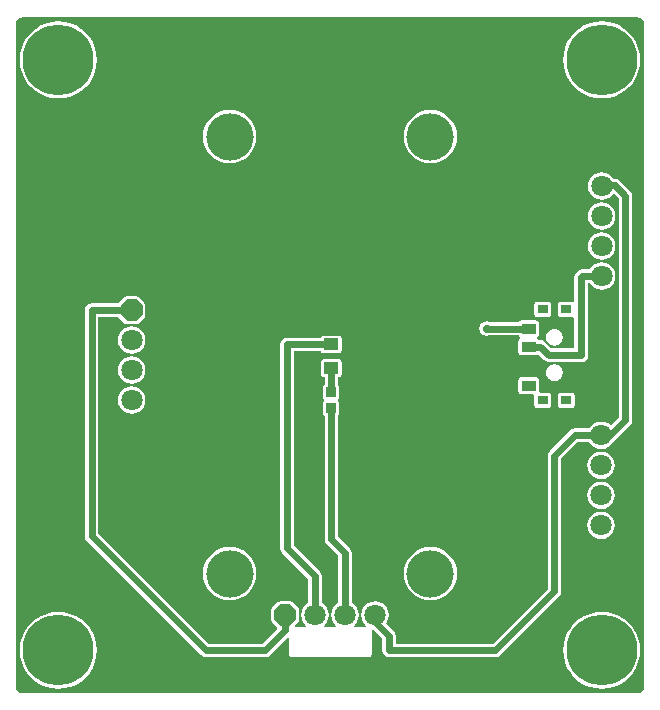
<source format=gtl>
G04 Layer_Physical_Order=1*
G04 Layer_Color=255*
%FSLAX44Y44*%
%MOMM*%
G71*
G01*
G75*
%ADD10R,1.2500X1.0000*%
%ADD11R,0.8500X0.8500*%
%ADD12R,0.9000X0.8000*%
%ADD13R,1.2500X0.9000*%
%ADD14C,0.6000*%
%ADD15P,1.9483X8X22.5*%
%ADD16C,1.8000*%
%ADD17P,1.9483X8X292.5*%
%ADD18C,6.0000*%
%ADD19C,4.0000*%
%ADD20C,0.7000*%
G36*
X537366Y585711D02*
X539371Y584371D01*
X540711Y582366D01*
X541149Y580167D01*
X541115Y580000D01*
Y20000D01*
X541149Y19833D01*
X540711Y17634D01*
X539371Y15629D01*
X537366Y14289D01*
X536199Y14057D01*
X535000Y13885D01*
Y13885D01*
X15000D01*
X14833Y13851D01*
X12634Y14289D01*
X10629Y15629D01*
X9289Y17634D01*
X9057Y18801D01*
X8885Y20000D01*
X8885D01*
Y580000D01*
X8851Y580167D01*
X9289Y582366D01*
X10629Y584371D01*
X12634Y585711D01*
X14833Y586149D01*
X15000Y586115D01*
X535000D01*
X535167Y586149D01*
X537366Y585711D01*
D02*
G37*
%LPC*%
G36*
X107000Y273540D02*
X103988Y273143D01*
X101180Y271980D01*
X98770Y270130D01*
X96920Y267720D01*
X95757Y264913D01*
X95360Y261900D01*
X95757Y258888D01*
X96920Y256080D01*
X98770Y253670D01*
X101180Y251820D01*
X103988Y250657D01*
X107000Y250261D01*
X110013Y250657D01*
X112820Y251820D01*
X115230Y253670D01*
X117080Y256080D01*
X118243Y258888D01*
X118640Y261900D01*
X118243Y264913D01*
X117080Y267720D01*
X115230Y270130D01*
X112820Y271980D01*
X110013Y273143D01*
X107000Y273540D01*
D02*
G37*
G36*
X504500Y218390D02*
X501488Y217993D01*
X498680Y216830D01*
X496270Y214980D01*
X494420Y212570D01*
X493257Y209762D01*
X492860Y206750D01*
X493257Y203738D01*
X494420Y200930D01*
X496270Y198520D01*
X498680Y196670D01*
X501488Y195507D01*
X504500Y195110D01*
X507513Y195507D01*
X510320Y196670D01*
X512730Y198520D01*
X514580Y200930D01*
X515743Y203738D01*
X516140Y206750D01*
X515743Y209762D01*
X514580Y212570D01*
X512730Y214980D01*
X510320Y216830D01*
X507513Y217993D01*
X504500Y218390D01*
D02*
G37*
G36*
X449500Y281330D02*
X437000D01*
X436009Y281133D01*
X435169Y280571D01*
X434607Y279731D01*
X434410Y278740D01*
Y269740D01*
X434607Y268749D01*
X435169Y267909D01*
X436009Y267347D01*
X437000Y267150D01*
X446976D01*
X447938Y265880D01*
X447910Y265740D01*
Y257740D01*
X448107Y256749D01*
X448669Y255909D01*
X449509Y255347D01*
X450500Y255150D01*
X459500D01*
X460491Y255347D01*
X461331Y255909D01*
X461893Y256749D01*
X462090Y257740D01*
Y265740D01*
X461893Y266731D01*
X461331Y267571D01*
X460491Y268133D01*
X459500Y268330D01*
X453024D01*
X452062Y269600D01*
X452090Y269740D01*
Y278740D01*
X451893Y279731D01*
X451331Y280571D01*
X450491Y281133D01*
X449500Y281330D01*
D02*
G37*
G36*
X107000Y298940D02*
X103988Y298543D01*
X101180Y297380D01*
X98770Y295530D01*
X96920Y293120D01*
X95757Y290313D01*
X95360Y287300D01*
X95757Y284287D01*
X96920Y281480D01*
X98770Y279070D01*
X101180Y277220D01*
X103988Y276057D01*
X107000Y275660D01*
X110013Y276057D01*
X112820Y277220D01*
X115230Y279070D01*
X117080Y281480D01*
X118243Y284287D01*
X118640Y287300D01*
X118243Y290313D01*
X117080Y293120D01*
X115230Y295530D01*
X112820Y297380D01*
X110013Y298543D01*
X107000Y298940D01*
D02*
G37*
G36*
X479500Y268330D02*
X470500D01*
X469509Y268133D01*
X468669Y267571D01*
X468107Y266731D01*
X467910Y265740D01*
Y257740D01*
X468107Y256749D01*
X468669Y255909D01*
X469509Y255347D01*
X470500Y255150D01*
X479500D01*
X480491Y255347D01*
X481331Y255909D01*
X481893Y256749D01*
X482090Y257740D01*
Y265740D01*
X481893Y266731D01*
X481331Y267571D01*
X480491Y268133D01*
X479500Y268330D01*
D02*
G37*
G36*
X504500Y192990D02*
X501488Y192593D01*
X498680Y191430D01*
X496270Y189580D01*
X494420Y187170D01*
X493257Y184363D01*
X492860Y181350D01*
X493257Y178337D01*
X494420Y175530D01*
X496270Y173120D01*
X498680Y171270D01*
X501488Y170107D01*
X504500Y169711D01*
X507513Y170107D01*
X510320Y171270D01*
X512730Y173120D01*
X514580Y175530D01*
X515743Y178337D01*
X516140Y181350D01*
X515743Y184363D01*
X514580Y187170D01*
X512730Y189580D01*
X510320Y191430D01*
X507513Y192593D01*
X504500Y192990D01*
D02*
G37*
G36*
X505000Y82641D02*
X499894Y82239D01*
X494913Y81043D01*
X490182Y79083D01*
X485814Y76407D01*
X481920Y73080D01*
X478593Y69186D01*
X475917Y64819D01*
X473957Y60086D01*
X472761Y55106D01*
X472359Y50000D01*
X472761Y44894D01*
X473957Y39913D01*
X475917Y35182D01*
X478593Y30814D01*
X481920Y26920D01*
X485814Y23593D01*
X490182Y20917D01*
X494913Y18957D01*
X499894Y17761D01*
X505000Y17359D01*
X510106Y17761D01*
X515087Y18957D01*
X519818Y20917D01*
X524186Y23593D01*
X528080Y26920D01*
X531407Y30814D01*
X534083Y35182D01*
X536043Y39913D01*
X537239Y44894D01*
X537641Y50000D01*
X537239Y55106D01*
X536043Y60086D01*
X534083Y64819D01*
X531407Y69186D01*
X528080Y73080D01*
X524186Y76407D01*
X519818Y79083D01*
X515087Y81043D01*
X510106Y82239D01*
X505000Y82641D01*
D02*
G37*
G36*
X45000D02*
X39894Y82239D01*
X34913Y81043D01*
X30182Y79083D01*
X25814Y76407D01*
X21920Y73080D01*
X18593Y69186D01*
X15917Y64819D01*
X13957Y60086D01*
X12761Y55106D01*
X12359Y50000D01*
X12761Y44894D01*
X13957Y39913D01*
X15917Y35182D01*
X18593Y30814D01*
X21920Y26920D01*
X25814Y23593D01*
X30182Y20917D01*
X34913Y18957D01*
X39894Y17761D01*
X45000Y17359D01*
X50106Y17761D01*
X55086Y18957D01*
X59819Y20917D01*
X64186Y23593D01*
X68080Y26920D01*
X71407Y30814D01*
X74083Y35182D01*
X76043Y39913D01*
X77239Y44894D01*
X77641Y50000D01*
X77239Y55106D01*
X76043Y60086D01*
X74083Y64819D01*
X71407Y69186D01*
X68080Y73080D01*
X64186Y76407D01*
X59819Y79083D01*
X55086Y81043D01*
X50106Y82239D01*
X45000Y82641D01*
D02*
G37*
G36*
X190000Y137649D02*
X185581Y137214D01*
X181333Y135925D01*
X177417Y133832D01*
X173985Y131015D01*
X171168Y127583D01*
X169075Y123667D01*
X167786Y119419D01*
X167351Y115000D01*
X167786Y110581D01*
X169075Y106333D01*
X171168Y102417D01*
X173985Y98985D01*
X177417Y96168D01*
X181333Y94075D01*
X185581Y92786D01*
X190000Y92351D01*
X194419Y92786D01*
X198667Y94075D01*
X202583Y96168D01*
X206015Y98985D01*
X208832Y102417D01*
X210925Y106333D01*
X212214Y110581D01*
X212649Y115000D01*
X212214Y119419D01*
X210925Y123667D01*
X208832Y127583D01*
X206015Y131015D01*
X202583Y133832D01*
X198667Y135925D01*
X194419Y137214D01*
X190000Y137649D01*
D02*
G37*
G36*
X504500Y167590D02*
X501488Y167193D01*
X498680Y166030D01*
X496270Y164180D01*
X494420Y161770D01*
X493257Y158962D01*
X492860Y155950D01*
X493257Y152937D01*
X494420Y150130D01*
X496270Y147720D01*
X498680Y145870D01*
X501488Y144707D01*
X504500Y144311D01*
X507513Y144707D01*
X510320Y145870D01*
X512730Y147720D01*
X514580Y150130D01*
X515743Y152937D01*
X516140Y155950D01*
X515743Y158962D01*
X514580Y161770D01*
X512730Y164180D01*
X510320Y166030D01*
X507513Y167193D01*
X504500Y167590D01*
D02*
G37*
G36*
X360000Y137649D02*
X355581Y137214D01*
X351333Y135925D01*
X347417Y133832D01*
X343985Y131015D01*
X341168Y127583D01*
X339075Y123667D01*
X337786Y119419D01*
X337351Y115000D01*
X337786Y110581D01*
X339075Y106333D01*
X341168Y102417D01*
X343985Y98985D01*
X347417Y96168D01*
X351333Y94075D01*
X355581Y92786D01*
X360000Y92351D01*
X364419Y92786D01*
X368667Y94075D01*
X372583Y96168D01*
X376015Y98985D01*
X378832Y102417D01*
X380925Y106333D01*
X382214Y110581D01*
X382649Y115000D01*
X382214Y119419D01*
X380925Y123667D01*
X378832Y127583D01*
X376015Y131015D01*
X372583Y133832D01*
X368667Y135925D01*
X364419Y137214D01*
X360000Y137649D01*
D02*
G37*
G36*
X465505Y292368D02*
X464495D01*
X462739Y292019D01*
X461805Y291632D01*
X460317Y290638D01*
X460317Y290638D01*
X459602Y289923D01*
X459602Y289923D01*
X458608Y288435D01*
X458221Y287501D01*
X457872Y285745D01*
Y285490D01*
X457822Y285240D01*
X457872Y284990D01*
Y284735D01*
X458221Y282979D01*
X458608Y282045D01*
X459602Y280557D01*
X459602Y280557D01*
X460317Y279842D01*
X460317Y279842D01*
X461805Y278848D01*
X462739Y278461D01*
X464495Y278112D01*
X465505D01*
X467261Y278461D01*
X468195Y278848D01*
X469683Y279842D01*
X469683Y279842D01*
X470398Y280557D01*
X470398Y280557D01*
X471392Y282045D01*
X471779Y282979D01*
X472128Y284735D01*
Y284990D01*
X472178Y285240D01*
X472128Y285490D01*
Y285745D01*
X471779Y287501D01*
X471392Y288435D01*
X470398Y289923D01*
X470398Y289923D01*
X469683Y290638D01*
X469683Y290638D01*
X468195Y291632D01*
X467261Y292019D01*
X465505Y292368D01*
D02*
G37*
G36*
X190000Y507649D02*
X185581Y507214D01*
X181333Y505925D01*
X177417Y503832D01*
X173985Y501015D01*
X171168Y497583D01*
X169075Y493667D01*
X167786Y489419D01*
X167351Y485000D01*
X167786Y480581D01*
X169075Y476333D01*
X171168Y472417D01*
X173985Y468985D01*
X177417Y466168D01*
X181333Y464075D01*
X185581Y462786D01*
X190000Y462351D01*
X194419Y462786D01*
X198667Y464075D01*
X202583Y466168D01*
X206015Y468985D01*
X208832Y472417D01*
X210925Y476333D01*
X212214Y480581D01*
X212649Y485000D01*
X212214Y489419D01*
X210925Y493667D01*
X208832Y497583D01*
X206015Y501015D01*
X202583Y503832D01*
X198667Y505925D01*
X194419Y507214D01*
X190000Y507649D01*
D02*
G37*
G36*
X505000Y429340D02*
X501987Y428943D01*
X499180Y427780D01*
X496770Y425930D01*
X494920Y423520D01*
X493757Y420713D01*
X493360Y417700D01*
X493757Y414688D01*
X494920Y411880D01*
X496770Y409470D01*
X499180Y407620D01*
X501987Y406457D01*
X505000Y406060D01*
X508013Y406457D01*
X510820Y407620D01*
X513230Y409470D01*
X515080Y411880D01*
X516243Y414688D01*
X516640Y417700D01*
X516243Y420713D01*
X515080Y423520D01*
X513230Y425930D01*
X510820Y427780D01*
X508013Y428943D01*
X505000Y429340D01*
D02*
G37*
G36*
X360000Y507649D02*
X355581Y507214D01*
X351333Y505925D01*
X347417Y503832D01*
X343985Y501015D01*
X341168Y497583D01*
X339075Y493667D01*
X337786Y489419D01*
X337351Y485000D01*
X337786Y480581D01*
X339075Y476333D01*
X341168Y472417D01*
X343985Y468985D01*
X347417Y466168D01*
X351333Y464075D01*
X355581Y462786D01*
X360000Y462351D01*
X364419Y462786D01*
X368667Y464075D01*
X372583Y466168D01*
X376015Y468985D01*
X378832Y472417D01*
X380925Y476333D01*
X382214Y480581D01*
X382649Y485000D01*
X382214Y489419D01*
X380925Y493667D01*
X378832Y497583D01*
X376015Y501015D01*
X372583Y503832D01*
X368667Y505925D01*
X364419Y507214D01*
X360000Y507649D01*
D02*
G37*
G36*
X505000Y582641D02*
X499894Y582239D01*
X494913Y581043D01*
X490182Y579083D01*
X485814Y576407D01*
X481920Y573080D01*
X478593Y569186D01*
X475917Y564818D01*
X473957Y560087D01*
X472761Y555106D01*
X472359Y550000D01*
X472761Y544894D01*
X473957Y539913D01*
X475917Y535182D01*
X478593Y530814D01*
X481920Y526920D01*
X485814Y523593D01*
X490182Y520917D01*
X494913Y518957D01*
X499894Y517761D01*
X505000Y517359D01*
X510106Y517761D01*
X515087Y518957D01*
X519818Y520917D01*
X524186Y523593D01*
X528080Y526920D01*
X531407Y530814D01*
X534083Y535182D01*
X536043Y539913D01*
X537239Y544894D01*
X537641Y550000D01*
X537239Y555106D01*
X536043Y560087D01*
X534083Y564818D01*
X531407Y569186D01*
X528080Y573080D01*
X524186Y576407D01*
X519818Y579083D01*
X515087Y581043D01*
X510106Y582239D01*
X505000Y582641D01*
D02*
G37*
G36*
X45000D02*
X39894Y582239D01*
X34913Y581043D01*
X30182Y579083D01*
X25814Y576407D01*
X21920Y573080D01*
X18593Y569186D01*
X15917Y564818D01*
X13957Y560087D01*
X12761Y555106D01*
X12359Y550000D01*
X12761Y544894D01*
X13957Y539913D01*
X15917Y535182D01*
X18593Y530814D01*
X21920Y526920D01*
X25814Y523593D01*
X30182Y520917D01*
X34913Y518957D01*
X39894Y517761D01*
X45000Y517359D01*
X50106Y517761D01*
X55086Y518957D01*
X59819Y520917D01*
X64186Y523593D01*
X68080Y526920D01*
X71407Y530814D01*
X74083Y535182D01*
X76043Y539913D01*
X77239Y544894D01*
X77641Y550000D01*
X77239Y555106D01*
X76043Y560087D01*
X74083Y564818D01*
X71407Y569186D01*
X68080Y573080D01*
X64186Y576407D01*
X59819Y579083D01*
X55086Y581043D01*
X50106Y582239D01*
X45000Y582641D01*
D02*
G37*
G36*
X505000Y403940D02*
X501987Y403543D01*
X499180Y402380D01*
X496770Y400530D01*
X494920Y398120D01*
X493757Y395312D01*
X493360Y392300D01*
X493757Y389287D01*
X494920Y386480D01*
X496770Y384070D01*
X499180Y382220D01*
X501987Y381057D01*
X505000Y380661D01*
X508013Y381057D01*
X510820Y382220D01*
X513230Y384070D01*
X515080Y386480D01*
X516243Y389287D01*
X516640Y392300D01*
X516243Y395312D01*
X515080Y398120D01*
X513230Y400530D01*
X510820Y402380D01*
X508013Y403543D01*
X505000Y403940D01*
D02*
G37*
G36*
X465505Y322368D02*
X464495D01*
X462739Y322019D01*
X461805Y321632D01*
X460317Y320638D01*
X460317Y320638D01*
X459602Y319923D01*
X459602Y319923D01*
X458608Y318435D01*
X458221Y317501D01*
X457872Y315745D01*
Y315490D01*
X457822Y315240D01*
X457872Y314990D01*
Y314735D01*
X458221Y312979D01*
X458608Y312045D01*
X459602Y310557D01*
X459602Y310557D01*
X460317Y309842D01*
X460317Y309842D01*
X461805Y308848D01*
X462739Y308461D01*
X464495Y308112D01*
X465505D01*
X467261Y308461D01*
X468195Y308848D01*
X469683Y309842D01*
X469683Y309842D01*
X470398Y310557D01*
X470398Y310557D01*
X471392Y312045D01*
X471779Y312979D01*
X472128Y314735D01*
Y314990D01*
X472178Y315240D01*
X472128Y315490D01*
Y315745D01*
X471779Y317501D01*
X471392Y318435D01*
X470398Y319923D01*
X470398Y319923D01*
X469683Y320638D01*
X469683Y320638D01*
X468195Y321632D01*
X467261Y322019D01*
X465505Y322368D01*
D02*
G37*
G36*
X107000Y324340D02*
X103988Y323943D01*
X101180Y322780D01*
X98770Y320930D01*
X96920Y318520D01*
X95757Y315713D01*
X95360Y312700D01*
X95757Y309688D01*
X96920Y306880D01*
X98770Y304470D01*
X101180Y302620D01*
X103988Y301457D01*
X107000Y301061D01*
X110013Y301457D01*
X112820Y302620D01*
X115230Y304470D01*
X117080Y306880D01*
X118243Y309688D01*
X118640Y312700D01*
X118243Y315713D01*
X117080Y318520D01*
X115230Y320930D01*
X112820Y322780D01*
X110013Y323943D01*
X107000Y324340D01*
D02*
G37*
G36*
X505000Y454740D02*
X501987Y454343D01*
X499180Y453180D01*
X496770Y451330D01*
X494920Y448920D01*
X493757Y446113D01*
X493360Y443100D01*
X493757Y440088D01*
X494920Y437280D01*
X496770Y434870D01*
X499180Y433020D01*
X501987Y431857D01*
X505000Y431460D01*
X508013Y431857D01*
X510820Y433020D01*
X513230Y434870D01*
X514342Y436319D01*
X515610Y436402D01*
X519352Y432660D01*
Y247340D01*
X512539Y240527D01*
X510320Y242230D01*
X507513Y243393D01*
X504500Y243790D01*
X501488Y243393D01*
X498680Y242230D01*
X496270Y240380D01*
X494420Y237970D01*
X494411Y237948D01*
X482300D01*
X482300Y237949D01*
X480138Y237519D01*
X478306Y236294D01*
X478306Y236294D01*
X461006Y218994D01*
X459781Y217162D01*
X459352Y215000D01*
X459352Y215000D01*
Y102340D01*
X412660Y55648D01*
X330648D01*
Y62500D01*
X330649Y62500D01*
X330219Y64662D01*
X328994Y66494D01*
X328994Y66494D01*
X322367Y73121D01*
X323180Y74180D01*
X324343Y76988D01*
X324740Y80000D01*
X324343Y83013D01*
X323180Y85820D01*
X321330Y88230D01*
X318920Y90080D01*
X316113Y91243D01*
X313100Y91640D01*
X310088Y91243D01*
X307280Y90080D01*
X304870Y88230D01*
X303020Y85820D01*
X301857Y83013D01*
X301460Y80000D01*
X301857Y76988D01*
X303020Y74180D01*
X304870Y71770D01*
X305795Y71060D01*
X305364Y69790D01*
X295436D01*
X295005Y71060D01*
X295930Y71770D01*
X297780Y74180D01*
X298943Y76988D01*
X299340Y80000D01*
X298943Y83013D01*
X297780Y85820D01*
X295930Y88230D01*
X293520Y90080D01*
X293349Y90151D01*
Y132300D01*
X293349Y132300D01*
X292919Y134462D01*
X291694Y136294D01*
X291694Y136294D01*
X281649Y146340D01*
Y248630D01*
X282081Y248919D01*
X282643Y249759D01*
X282840Y250750D01*
Y259250D01*
X282643Y260241D01*
X282081Y261081D01*
X281796Y261271D01*
Y262729D01*
X282081Y262919D01*
X282643Y263759D01*
X282840Y264750D01*
Y273250D01*
X282643Y274241D01*
X282081Y275081D01*
X281649Y275370D01*
Y281410D01*
X282250D01*
X283241Y281607D01*
X284081Y282169D01*
X284643Y283009D01*
X284840Y284000D01*
Y294000D01*
X284643Y294991D01*
X284081Y295831D01*
X283241Y296393D01*
X282250Y296590D01*
X269750D01*
X268759Y296393D01*
X267919Y295831D01*
X267357Y294991D01*
X267160Y294000D01*
Y284000D01*
X267357Y283009D01*
X267919Y282169D01*
X268759Y281607D01*
X269750Y281410D01*
X270352D01*
Y275370D01*
X269919Y275081D01*
X269357Y274241D01*
X269160Y273250D01*
Y264750D01*
X269357Y263759D01*
X269919Y262919D01*
X270203Y262729D01*
Y261271D01*
X269919Y261081D01*
X269357Y260241D01*
X269160Y259250D01*
Y250750D01*
X269357Y249759D01*
X269919Y248919D01*
X270352Y248630D01*
Y144000D01*
X270352Y144000D01*
X270781Y141838D01*
X272006Y140006D01*
X282052Y129960D01*
Y90151D01*
X281880Y90080D01*
X279470Y88230D01*
X277620Y85820D01*
X276457Y83013D01*
X276061Y80000D01*
X276457Y76988D01*
X277620Y74180D01*
X279470Y71770D01*
X280395Y71060D01*
X279963Y69790D01*
X270037D01*
X269605Y71060D01*
X270530Y71770D01*
X272380Y74180D01*
X273543Y76988D01*
X273940Y80000D01*
X273543Y83013D01*
X272380Y85820D01*
X270530Y88230D01*
X268120Y90080D01*
X267948Y90151D01*
Y112700D01*
X267519Y114862D01*
X266294Y116694D01*
X266294Y116694D01*
X244149Y138840D01*
Y303351D01*
X267289D01*
X267357Y303009D01*
X267919Y302169D01*
X268759Y301607D01*
X269750Y301410D01*
X282250D01*
X283241Y301607D01*
X284081Y302169D01*
X284643Y303009D01*
X284840Y304000D01*
Y314000D01*
X284643Y314991D01*
X284081Y315831D01*
X283241Y316393D01*
X282250Y316590D01*
X269750D01*
X268759Y316393D01*
X267919Y315831D01*
X267357Y314991D01*
X267289Y314648D01*
X238500D01*
X236338Y314219D01*
X234506Y312994D01*
X233281Y311162D01*
X232852Y309000D01*
Y136500D01*
X232852Y136500D01*
X233281Y134338D01*
X234506Y132506D01*
X256651Y110360D01*
Y90151D01*
X256480Y90080D01*
X254070Y88230D01*
X252220Y85820D01*
X251057Y83013D01*
X250660Y80000D01*
X251057Y76988D01*
X252220Y74180D01*
X254070Y71770D01*
X254995Y71060D01*
X254564Y69790D01*
X245512D01*
X245026Y70963D01*
X247731Y73669D01*
X248293Y74509D01*
X248490Y75500D01*
Y84500D01*
X248293Y85491D01*
X247731Y86331D01*
X243231Y90831D01*
X242391Y91393D01*
X241400Y91590D01*
X232400D01*
X231409Y91393D01*
X230569Y90831D01*
X226069Y86331D01*
X225507Y85491D01*
X225310Y84500D01*
Y75500D01*
X225507Y74509D01*
X226069Y73669D01*
X229977Y69761D01*
X230103Y68092D01*
X217660Y55648D01*
X172340D01*
X78748Y149240D01*
Y332452D01*
X95713D01*
X96169Y331769D01*
X100669Y327269D01*
X101509Y326707D01*
X102500Y326510D01*
X111500D01*
X112491Y326707D01*
X113331Y327269D01*
X117831Y331769D01*
X118393Y332609D01*
X118590Y333600D01*
Y342600D01*
X118393Y343591D01*
X117831Y344431D01*
X113331Y348931D01*
X112491Y349493D01*
X111500Y349690D01*
X102500D01*
X101509Y349493D01*
X100669Y348931D01*
X96169Y344431D01*
X95713Y343749D01*
X73100D01*
X70938Y343319D01*
X69106Y342094D01*
X67881Y340262D01*
X67452Y338100D01*
Y146900D01*
X67452Y146900D01*
X67881Y144738D01*
X69106Y142906D01*
X166006Y46006D01*
X166006Y46006D01*
X167838Y44781D01*
X170000Y44351D01*
X170000Y44352D01*
X220000D01*
X220000Y44351D01*
X222162Y44781D01*
X223994Y46006D01*
X238737Y60749D01*
X239910Y60263D01*
Y47200D01*
X240107Y46209D01*
X240669Y45369D01*
X241509Y44807D01*
X242500Y44610D01*
X307500D01*
X308491Y44807D01*
X309331Y45369D01*
X309893Y46209D01*
X310090Y47200D01*
Y67200D01*
X310033Y67483D01*
X310167Y67674D01*
X311552Y67960D01*
X319352Y60160D01*
Y50000D01*
X319781Y47838D01*
X321006Y46006D01*
X322838Y44781D01*
X325000Y44352D01*
X415000D01*
X415000Y44351D01*
X417162Y44781D01*
X418994Y46006D01*
X468994Y96006D01*
X468994Y96006D01*
X470219Y97838D01*
X470648Y100000D01*
Y212660D01*
X484640Y226651D01*
X494287D01*
X494420Y226330D01*
X496270Y223920D01*
X498680Y222070D01*
X501488Y220907D01*
X504500Y220511D01*
X507513Y220907D01*
X510320Y222070D01*
X512730Y223920D01*
X514580Y226330D01*
X515056Y227479D01*
X516294Y228306D01*
X528994Y241006D01*
X528994Y241006D01*
X530219Y242838D01*
X530649Y245000D01*
X530648Y245000D01*
Y435000D01*
X530649Y435000D01*
X530219Y437162D01*
X528994Y438994D01*
X528994Y438994D01*
X520194Y447794D01*
X518362Y449019D01*
X516200Y449449D01*
X516200Y449449D01*
X514674D01*
X513230Y451330D01*
X510820Y453180D01*
X508013Y454343D01*
X505000Y454740D01*
D02*
G37*
G36*
Y378540D02*
X501987Y378143D01*
X499180Y376980D01*
X496770Y375130D01*
X494920Y372720D01*
X494849Y372548D01*
X488650D01*
X488650Y372549D01*
X486488Y372119D01*
X484656Y370894D01*
X484656Y370894D01*
X483506Y369744D01*
X482281Y367912D01*
X481852Y365750D01*
X481852Y365750D01*
Y345751D01*
X480582Y345072D01*
X480491Y345133D01*
X479500Y345330D01*
X470500D01*
X469509Y345133D01*
X468669Y344571D01*
X468107Y343731D01*
X467910Y342740D01*
Y334740D01*
X468107Y333749D01*
X468669Y332909D01*
X469509Y332347D01*
X470500Y332150D01*
X479500D01*
X480491Y332347D01*
X480582Y332408D01*
X481852Y331729D01*
Y305648D01*
X462340D01*
X456754Y311234D01*
X454922Y312459D01*
X452760Y312889D01*
X452760Y312889D01*
X451787D01*
X451331Y313571D01*
X450583Y314071D01*
X450510Y314740D01*
X450583Y315409D01*
X451331Y315909D01*
X451893Y316749D01*
X452090Y317740D01*
Y326740D01*
X451893Y327731D01*
X451331Y328571D01*
X450491Y329133D01*
X449500Y329330D01*
X437000D01*
X436009Y329133D01*
X435169Y328571D01*
X434886Y328148D01*
X409918D01*
X409857Y328190D01*
X407500Y328658D01*
X405143Y328190D01*
X403145Y326855D01*
X401810Y324857D01*
X401342Y322500D01*
X401810Y320143D01*
X403145Y318145D01*
X405143Y316810D01*
X407500Y316342D01*
X409857Y316810D01*
X409918Y316852D01*
X434587D01*
X434607Y316749D01*
X435169Y315909D01*
X435916Y315409D01*
X435990Y314740D01*
X435916Y314071D01*
X435169Y313571D01*
X434607Y312731D01*
X434410Y311740D01*
Y302740D01*
X434607Y301749D01*
X435169Y300909D01*
X436009Y300347D01*
X437000Y300150D01*
X449500D01*
X450491Y300347D01*
X451194Y300817D01*
X456006Y296006D01*
X456006Y296006D01*
X457838Y294781D01*
X460000Y294352D01*
X485082D01*
X485143Y294310D01*
X487500Y293842D01*
X489857Y294310D01*
X491855Y295645D01*
X493190Y297643D01*
X493658Y300000D01*
X493190Y302357D01*
X493148Y302418D01*
Y361251D01*
X494849D01*
X494920Y361080D01*
X496770Y358670D01*
X499180Y356820D01*
X501987Y355657D01*
X505000Y355261D01*
X508013Y355657D01*
X510820Y356820D01*
X513230Y358670D01*
X515080Y361080D01*
X516243Y363887D01*
X516640Y366900D01*
X516243Y369912D01*
X515080Y372720D01*
X513230Y375130D01*
X510820Y376980D01*
X508013Y378143D01*
X505000Y378540D01*
D02*
G37*
G36*
X459500Y345330D02*
X450500D01*
X449509Y345133D01*
X448669Y344571D01*
X448107Y343731D01*
X447910Y342740D01*
Y334740D01*
X448107Y333749D01*
X448669Y332909D01*
X449509Y332347D01*
X450500Y332150D01*
X459500D01*
X460491Y332347D01*
X461331Y332909D01*
X461893Y333749D01*
X462090Y334740D01*
Y342740D01*
X461893Y343731D01*
X461331Y344571D01*
X460491Y345133D01*
X459500Y345330D01*
D02*
G37*
%LPD*%
D10*
X276000Y309000D02*
D03*
Y289000D02*
D03*
D11*
Y255000D02*
D03*
Y269000D02*
D03*
D12*
X455000Y261740D02*
D03*
X475000D02*
D03*
X455000Y338740D02*
D03*
X475000D02*
D03*
D13*
X443250Y322240D02*
D03*
Y307240D02*
D03*
Y274240D02*
D03*
D14*
X504500Y443800D02*
X516200D01*
X482300Y232300D02*
X512300D01*
X487500Y365750D02*
X488650Y366900D01*
X505000D01*
X262300Y80000D02*
Y112700D01*
X238500Y136500D02*
X262300Y112700D01*
X238500Y136500D02*
Y309000D01*
X276000D01*
X287700Y80000D02*
Y132300D01*
X276000Y144000D02*
X287700Y132300D01*
X276000Y144000D02*
Y255000D01*
X325000Y50000D02*
Y62500D01*
X313100Y74400D02*
X325000Y62500D01*
X313100Y74400D02*
Y80000D01*
X220000Y50000D02*
X236900Y66900D01*
Y80000D01*
X487500Y300000D02*
Y365750D01*
X460000Y300000D02*
X487500D01*
X452760Y307240D02*
X460000Y300000D01*
X443250Y307240D02*
X452760D01*
X442990Y322500D02*
X443250Y322240D01*
X407500Y322500D02*
X442990D01*
X516200Y443800D02*
X525000Y435000D01*
Y245000D02*
Y435000D01*
X512300Y232300D02*
X525000Y245000D01*
X465000Y215000D02*
X482300Y232300D01*
X465000Y100000D02*
Y215000D01*
X415000Y50000D02*
X465000Y100000D01*
X325000Y50000D02*
X415000D01*
X170000D02*
X220000D01*
X73100Y146900D02*
X170000Y50000D01*
X73100Y146900D02*
Y338100D01*
X107000D01*
X276000Y269000D02*
Y289000D01*
D15*
X236900Y80000D02*
D03*
D16*
X262300D02*
D03*
X287700D02*
D03*
X313100D02*
D03*
X107000Y261900D02*
D03*
Y287300D02*
D03*
Y312700D02*
D03*
X504500Y206750D02*
D03*
Y181350D02*
D03*
Y155950D02*
D03*
Y232150D02*
D03*
X505000Y417700D02*
D03*
Y392300D02*
D03*
Y366900D02*
D03*
Y443100D02*
D03*
D17*
X107000Y338100D02*
D03*
D18*
X505000Y550000D02*
D03*
X45000D02*
D03*
Y50000D02*
D03*
X505000D02*
D03*
D19*
X360000Y485000D02*
D03*
X190000D02*
D03*
Y115000D02*
D03*
X360000D02*
D03*
D20*
X487500Y300000D02*
D03*
X407500Y322500D02*
D03*
M02*

</source>
